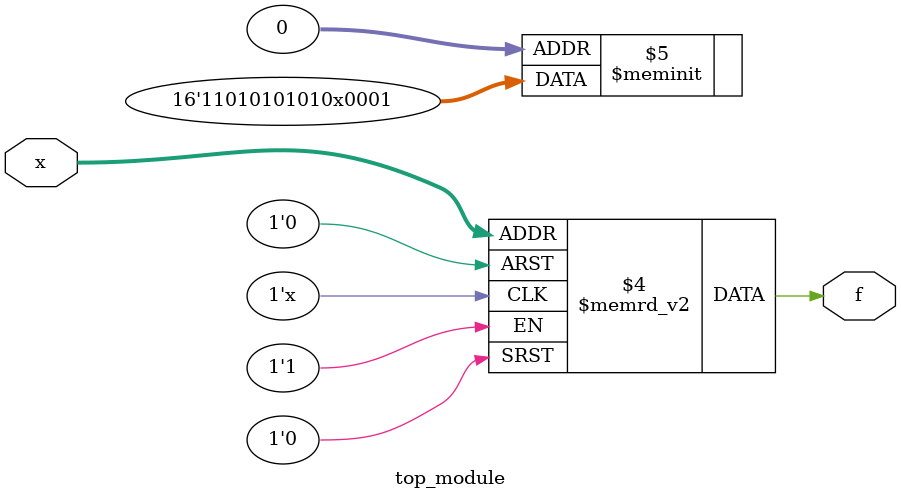
<source format=sv>
module top_module (
    input [4:1] x,
    output logic f
);

always_comb begin
    case (x)
        4'b0000, 4'b1000, 4'b1010, 4'b1100: f = 1'b1;
        4'b0001, 4'b0010, 4'b0011, 4'b0101, 4'b0111, 4'b1001, 4'b1011, 4'b1101: f = 1'b0;
        4'b0110, 4'b1111, 4'b1110: f = 1'b1;
        default: f = 1'bx;
    endcase
end

endmodule

</source>
